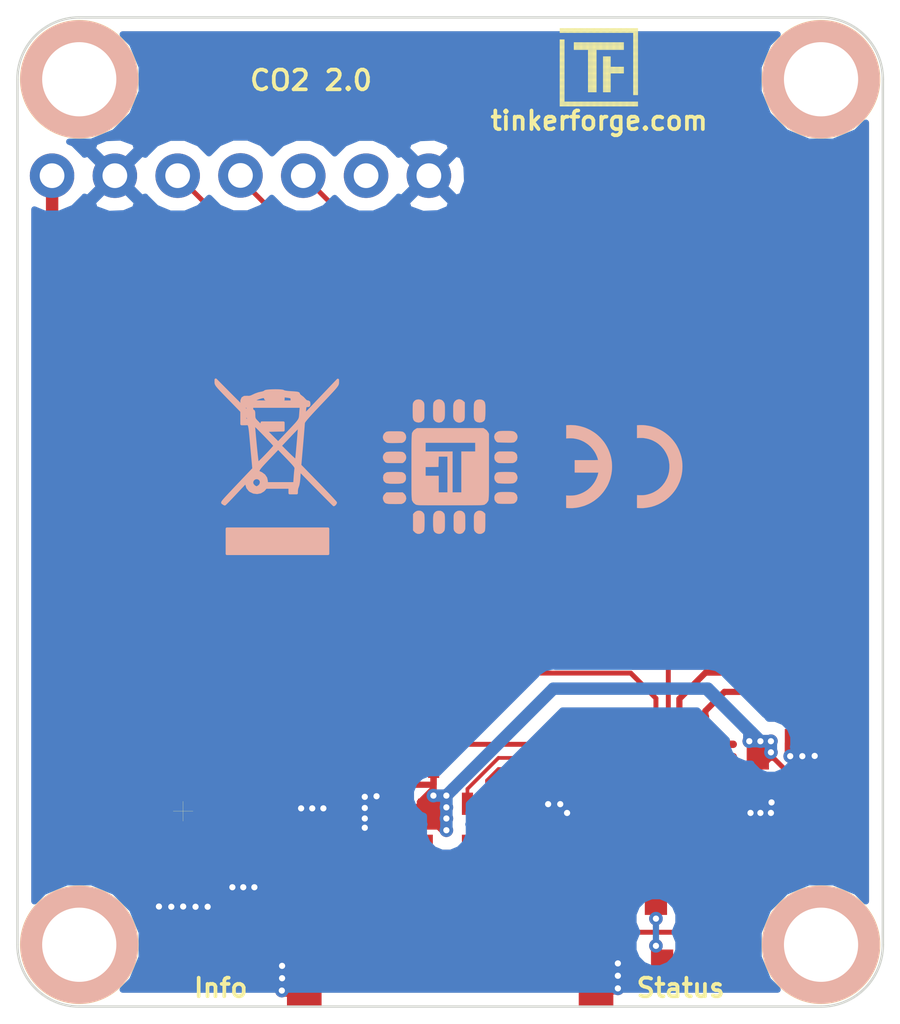
<source format=kicad_pcb>
(kicad_pcb (version 20171130) (host pcbnew 5.0.2-bee76a0~70~ubuntu18.04.1)
  (title_block (title "CO2 Bricklet 2.0") (rev 1.0) (company "Tinkerforge GmbH") (comment 1 "Licensed under CERN OHL v.1.1") (comment 2 "Copyright (©) 2015, T.Schneidermann <tim@tinkerforge.com>"))
  (layers (0 F.Cu signal) (31 B.Cu signal) (34 B.Paste user) (35 F.Paste user) (36 B.SilkS user) (37 F.SilkS user) (38 B.Mask user) (39 F.Mask user) (44 Edge.Cuts user))
  (net 0 "")
  (net 1 "Net-(C1-Pad1)")
  (net 2 GND)
  (net 3 +3.3VP)
  (net 4 +5V)
  (net 5 "Net-(C6-Pad1)")
  (net 6 "Net-(D1-Pad2)")
  (net 7 "Net-(D2-Pad2)")
  (net 8 "Net-(P1-Pad4)")
  (net 9 "Net-(P1-Pad5)")
  (net 10 "Net-(P1-Pad6)")
  (net 11 "Net-(P2-Pad1)")
  (net 12 "Net-(P3-Pad2)")
  (net 13 S-CS)
  (net 14 S-CLK)
  (net 15 S-MOSI)
  (net 16 S-MISO)
  (net 17 SDA)
  (net 18 "Net-(RP3-Pad2)")
  (net 19 "Net-(RP3-Pad3)")
  (net 20 SCL)
  (net 21 "Net-(RP3-Pad6)")
  (net 22 "Net-(RP3-Pad7)")
  (net 23 RDY)
  (net 24 "Net-(U1-Pad3)")
  (net 25 "Net-(U1-Pad4)")
  (net 26 "Net-(U1-Pad5)")
  (net 27 "Net-(U1-Pad6)")
  (net 28 "Net-(U1-Pad8)")
  (net 29 "Net-(U1-Pad11)")
  (net 30 "Net-(U1-Pad12)")
  (net 31 "Net-(U1-Pad18)")
  (net 32 "Net-(U1-Pad20)")
  (net 33 "Net-(U1-Pad21)")
  (net 34 "Net-(U6-Pad6)")
  (net 35 "Net-(R1-Pad1)")
  (net 36 "Net-(R2-Pad1)")
  (net 37 "Net-(U1-Pad14)")
  (module kicad-libraries:R0603F (layer F.Cu) (at 129.215 110.87 180)
    (fp_text reference R2)
    (fp_text value 1k)
    (pad 2 smd rect (at 0.75 0 180) (size 0.9 0.9) (layers F.Cu F.Paste F.Mask) (net 7 "Net-(D2-Pad2)"))
    (pad 1 smd rect (at -0.75 0 180) (size 0.9 0.9) (layers F.Cu F.Paste F.Mask) (net 36 "Net-(R2-Pad1)"))
  )
  (module kicad-libraries:R0603F (layer F.Cu) (at 146.825 109.1 270)
    (fp_text reference R1)
    (fp_text value 1k)
    (pad 2 smd rect (at 0.75 0 270) (size 0.9 0.9) (layers F.Cu F.Paste F.Mask) (net 6 "Net-(D1-Pad2)"))
    (pad 1 smd rect (at -0.75 0 270) (size 0.9 0.9) (layers F.Cu F.Paste F.Mask) (net 35 "Net-(R1-Pad1)"))
  )
  (module kicad-libraries:C0805 (layer F.Cu) (at 136.7 106.225 180)
    (fp_text reference C2)
    (fp_text value 10uF)
    (pad 2 smd rect (at 1.00076 0 180) (size 1.00076 1.24968) (layers F.Cu F.Paste F.Mask) (net 2 GND) (clearance 0.14986))
    (pad 1 smd rect (at -1.00076 0 180) (size 1.00076 1.24968) (layers F.Cu F.Paste F.Mask) (net 3 +3.3VP) (clearance 0.14986))
  )
  (module kicad-libraries:C0603F (layer F.Cu) (at 136.602192 107.505794 180)
    (fp_text reference C3)
    (fp_text value 1uF)
    (pad 2 smd rect (at 0.75 0 180) (size 0.9 0.9) (layers F.Cu F.Paste F.Mask) (net 2 GND))
    (pad 1 smd rect (at -0.75 0 180) (size 0.9 0.9) (layers F.Cu F.Paste F.Mask) (net 3 +3.3VP))
  )
  (module D0603F (layer F.Cu) (at 147.825 112.15 180)
    (fp_text reference D1)
    (fp_text value BLUE)
    (pad 1 smd rect (at -0.75 0 180) (size 0.9 0.9) (layers F.Cu F.Paste F.Mask) (net 3 +3.3VP))
    (pad 2 smd rect (at 0.75 0 180) (size 0.9 0.9) (layers F.Cu F.Paste F.Mask) (net 6 "Net-(D1-Pad2)"))
  )
  (module DRILL_NP (layer F.Cu) (at 123.502192 111.505794 90)
    (fp_text reference U2 hide)
    (fp_text value DRILL hide)
    (pad "" np_thru_hole circle (at 0 0 90) (size 2.99974 2.99974) (drill 2.99974) (layers *.Cu *.Mask F.SilkS) (clearance 0.89916))
  )
  (module C0402E (layer F.Cu) (at 142.702192 106.905794 90)
    (fp_text reference C1)
    (fp_text value 220pF)
    (pad 1 smd rect (at -0.65 0 90) (size 0.7 0.9) (layers F.Cu F.Paste F.Mask) (net 1 "Net-(C1-Pad1)"))
    (pad 2 smd rect (at 0.65 0 90) (size 0.7 0.9) (layers F.Cu F.Paste F.Mask) (net 2 GND))
  )
  (module C0603F (layer F.Cu) (at 150.945 104.72 270)
    (fp_text reference C4)
    (fp_text value 100nF)
    (pad 1 smd rect (at -0.75 0 270) (size 0.9 0.9) (layers F.Cu F.Paste F.Mask) (net 3 +3.3VP))
    (pad 2 smd rect (at 0.75 0 270) (size 0.9 0.9) (layers F.Cu F.Paste F.Mask) (net 2 GND))
  )
  (module C0603E (layer F.Cu) (at 132.902192 107.555694 90)
    (fp_text reference C5)
    (fp_text value 1µF)
    (pad 1 smd rect (at -0.8501 0 90) (size 1.1 1) (layers F.Cu F.Paste F.Mask) (net 4 +5V))
    (pad 2 smd rect (at 0.8501 0 90) (size 1.1 1) (layers F.Cu F.Paste F.Mask) (net 2 GND))
  )
  (module C0603E (layer F.Cu) (at 130.102192 107.555694 270)
    (fp_text reference C6)
    (fp_text value 1µF)
    (pad 2 smd rect (at 0.8501 0 270) (size 1.1 1) (layers F.Cu F.Paste F.Mask) (net 2 GND))
    (pad 1 smd rect (at -0.8501 0 270) (size 1.1 1) (layers F.Cu F.Paste F.Mask) (net 5 "Net-(C6-Pad1)"))
  )
  (module 3528-21 (layer F.Cu) (at 127.702192 107.506274 270)
    (fp_text reference C7)
    (fp_text value 100µF)
    (pad 1 smd rect (at -1.40048 0 270) (size 1.59954 2.79908) (layers F.Cu F.Paste F.Mask) (net 5 "Net-(C6-Pad1)") (clearance 0.14986))
    (pad 2 smd rect (at 1.40048 0 270) (size 1.59954 2.79908) (layers F.Cu F.Paste F.Mask) (net 2 GND) (clearance 0.14986))
  )
  (module D0603F (layer F.Cu) (at 129.225 112.15 180)
    (fp_text reference D2)
    (fp_text value GREEN)
    (pad 2 smd rect (at 0.75 0 180) (size 0.9 0.9) (layers F.Cu F.Paste F.Mask) (net 7 "Net-(D2-Pad2)"))
    (pad 1 smd rect (at -0.75 0 180) (size 0.9 0.9) (layers F.Cu F.Paste F.Mask) (net 3 +3.3VP))
  )
  (module R0603E (layer F.Cu) (at 131.502192 107.555694 90)
    (fp_text reference L1)
    (fp_text value FB-2)
    (pad 1 smd rect (at -0.8501 0 90) (size 1.1 1) (layers F.Cu F.Paste F.Mask) (net 4 +5V))
    (pad 2 smd rect (at 0.8501 0 90) (size 1.1 1) (layers F.Cu F.Paste F.Mask) (net 5 "Net-(C6-Pad1)"))
  )
  (module CON-SENSOR2 (layer F.Cu) (at 138.502192 114.005794)
    (fp_text reference P1)
    (fp_text value CON-SENSOR2)
    (pad 1 smd rect (at -3.75 -4.6) (size 0.6 1.8) (layers F.Cu F.Paste F.Mask) (net 4 +5V))
    (pad 2 smd rect (at -2.5 -4.6) (size 0.6 1.8) (layers F.Cu F.Paste F.Mask) (net 2 GND))
    (pad EP smd rect (at -5.9 -1.2) (size 1.4 2.4) (layers F.Cu F.Paste F.Mask) (net 2 GND))
    (pad EP smd rect (at 5.9 -1.2) (size 1.4 2.4) (layers F.Cu F.Paste F.Mask) (net 2 GND))
    (pad 3 smd rect (at -1.25 -4.6) (size 0.6 1.8) (layers F.Cu F.Paste F.Mask) (net 3 +3.3VP))
    (pad 4 smd rect (at 0 -4.6) (size 0.6 1.8) (layers F.Cu F.Paste F.Mask) (net 8 "Net-(P1-Pad4)"))
    (pad 5 smd rect (at 1.25 -4.6) (size 0.6 1.8) (layers F.Cu F.Paste F.Mask) (net 9 "Net-(P1-Pad5)"))
    (pad 6 smd rect (at 2.5 -4.6) (size 0.6 1.8) (layers F.Cu F.Paste F.Mask) (net 10 "Net-(P1-Pad6)"))
    (pad 7 smd rect (at 3.75 -4.6) (size 0.6 1.8) (layers F.Cu F.Paste F.Mask) (net 1 "Net-(C1-Pad1)"))
  )
  (module DEBUG_PAD (layer F.Cu) (at 154.565 102.98 90)
    (fp_text reference P2)
    (fp_text value DEBUG)
    (pad 1 smd circle (at 0 0 90) (size 0.7 0.7) (layers F.Cu F.Paste F.Mask) (net 11 "Net-(P2-Pad1)"))
  )
  (module SolderJumper (layer F.Cu) (at 152.735 103.03 90)
    (fp_text reference P3)
    (fp_text value BOOT)
    (pad 2 smd rect (at 0.55 0 90) (size 0.3 1.4) (layers F.Cu F.Mask) (net 12 "Net-(P3-Pad2)"))
    (pad 2 smd rect (at 0.15 0 90) (size 0.6 0.5) (layers F.Cu F.Mask) (net 12 "Net-(P3-Pad2)"))
    (pad 1 smd rect (at -0.5 0 90) (size 0.4 1.4) (layers F.Cu F.Mask) (net 2 GND))
    (pad 1 smd rect (at -0.225 0.55 90) (size 0.95 0.3) (layers F.Cu F.Mask) (net 2 GND))
    (pad 1 smd rect (at -0.225 -0.55 90) (size 0.95 0.3) (layers F.Cu F.Mask) (net 2 GND))
  )
  (module 4X0603 (layer F.Cu) (at 140.400972 106.654894 180)
    (fp_text reference RP1)
    (fp_text value 82)
    (pad 1 smd rect (at -1.19888 -0.8509 180) (size 0.44958 0.89916) (layers F.Cu F.Paste F.Mask) (net 1 "Net-(C1-Pad1)"))
    (pad 2 smd rect (at -0.39878 -0.8509 180) (size 0.44958 0.89916) (layers F.Cu F.Paste F.Mask) (net 10 "Net-(P1-Pad6)"))
    (pad 3 smd rect (at 0.39878 -0.8509 180) (size 0.44958 0.89916) (layers F.Cu F.Paste F.Mask) (net 9 "Net-(P1-Pad5)"))
    (pad 4 smd rect (at 1.19888 -0.8509 180) (size 0.44958 0.89916) (layers F.Cu F.Paste F.Mask) (net 8 "Net-(P1-Pad4)"))
    (pad 5 smd rect (at 1.19888 0.8509 180) (size 0.44958 0.89916) (layers F.Cu F.Paste F.Mask) (net 13 S-CS))
    (pad 6 smd rect (at 0.39878 0.8509 180) (size 0.44958 0.89916) (layers F.Cu F.Paste F.Mask) (net 14 S-CLK))
    (pad 7 smd rect (at -0.39878 0.8509 180) (size 0.44958 0.89916) (layers F.Cu F.Paste F.Mask) (net 15 S-MOSI))
    (pad 8 smd rect (at -1.19888 0.8509 180) (size 0.44958 0.89916) (layers F.Cu F.Paste F.Mask) (net 16 S-MISO))
  )
  (module 4X0603 (layer F.Cu) (at 136.635 103.46)
    (fp_text reference RP3)
    (fp_text value 1k)
    (pad 1 smd rect (at -1.19888 -0.8509) (size 0.44958 0.89916) (layers F.Cu F.Paste F.Mask) (net 20 SCL))
    (pad 2 smd rect (at -0.39878 -0.8509) (size 0.44958 0.89916) (layers F.Cu F.Paste F.Mask) (net 18 "Net-(RP3-Pad2)"))
    (pad 3 smd rect (at 0.39878 -0.8509) (size 0.44958 0.89916) (layers F.Cu F.Paste F.Mask) (net 19 "Net-(RP3-Pad3)"))
    (pad 4 smd rect (at 1.19888 -0.8509) (size 0.44958 0.89916) (layers F.Cu F.Paste F.Mask) (net 17 SDA))
    (pad 5 smd rect (at 1.19888 0.8509) (size 0.44958 0.89916) (layers F.Cu F.Paste F.Mask) (net 3 +3.3VP))
    (pad 6 smd rect (at 0.39878 0.8509) (size 0.44958 0.89916) (layers F.Cu F.Paste F.Mask) (net 21 "Net-(RP3-Pad6)"))
    (pad 7 smd rect (at -0.39878 0.8509) (size 0.44958 0.89916) (layers F.Cu F.Paste F.Mask) (net 22 "Net-(RP3-Pad7)"))
    (pad 8 smd rect (at -1.19888 0.8509) (size 0.44958 0.89916) (layers F.Cu F.Paste F.Mask) (net 3 +3.3VP))
  )
  (module QFN24-4x4mm-0.5mm (layer F.Cu) (at 147.575 104.65 90)
    (fp_text reference U1)
    (fp_text value XMC1302)
    (pad 1 smd oval (at -2.025 -1.25 90) (size 1 0.3) (layers F.Cu F.Paste F.Mask) (net 16 S-MISO))
    (pad 2 smd oval (at -2.025 -0.75 90) (size 1 0.3) (layers F.Cu F.Paste F.Mask) (net 35 "Net-(R1-Pad1)"))
    (pad 3 smd oval (at -2.025 -0.25 90) (size 1 0.3) (layers F.Cu F.Paste F.Mask) (net 24 "Net-(U1-Pad3)"))
    (pad 4 smd oval (at -2.025 0.25 90) (size 1 0.3) (layers F.Cu F.Paste F.Mask) (net 25 "Net-(U1-Pad4)"))
    (pad 5 smd oval (at -2.025 0.75 90) (size 1 0.3) (layers F.Cu F.Paste F.Mask) (net 26 "Net-(U1-Pad5)"))
    (pad 6 smd oval (at -2.025 1.25 90) (size 1 0.3) (layers F.Cu F.Paste F.Mask) (net 27 "Net-(U1-Pad6)"))
    (pad 7 smd oval (at -1.25 2.025 180) (size 1 0.3) (layers F.Cu F.Paste F.Mask) (net 36 "Net-(R2-Pad1)"))
    (pad 8 smd oval (at -0.75 2.025 180) (size 1 0.3) (layers F.Cu F.Paste F.Mask) (net 28 "Net-(U1-Pad8)"))
    (pad 9 smd oval (at -0.25 2.025 180) (size 1 0.3) (layers F.Cu F.Paste F.Mask) (net 2 GND))
    (pad 10 smd oval (at 0.25 2.025 180) (size 1 0.3) (layers F.Cu F.Paste F.Mask) (net 3 +3.3VP))
    (pad 11 smd oval (at 0.75 2.025 180) (size 1 0.3) (layers F.Cu F.Paste F.Mask) (net 29 "Net-(U1-Pad11)"))
    (pad 12 smd oval (at 1.25 2.025 180) (size 1 0.3) (layers F.Cu F.Paste F.Mask) (net 30 "Net-(U1-Pad12)"))
    (pad 13 smd oval (at 2.025 1.25 90) (size 1 0.3) (layers F.Cu F.Paste F.Mask) (net 12 "Net-(P3-Pad2)"))
    (pad 14 smd oval (at 2.025 0.75 90) (size 1 0.3) (layers F.Cu F.Paste F.Mask) (net 37 "Net-(U1-Pad14)"))
    (pad 15 smd oval (at 2.025 0.25 90) (size 1 0.3) (layers F.Cu F.Paste F.Mask) (net 11 "Net-(P2-Pad1)"))
    (pad 16 smd oval (at 2.025 -0.25 90) (size 1 0.3) (layers F.Cu F.Paste F.Mask) (net 23 RDY))
    (pad 17 smd oval (at 2.025 -0.75 90) (size 1 0.3) (layers F.Cu F.Paste F.Mask) (net 17 SDA))
    (pad 18 smd oval (at 2.025 -1.25 90) (size 1 0.3) (layers F.Cu F.Paste F.Mask) (net 31 "Net-(U1-Pad18)"))
    (pad 19 smd oval (at 1.25 -2.025 180) (size 1 0.3) (layers F.Cu F.Paste F.Mask) (net 20 SCL))
    (pad 20 smd oval (at 0.75 -2.025 180) (size 1 0.3) (layers F.Cu F.Paste F.Mask) (net 32 "Net-(U1-Pad20)"))
    (pad 21 smd oval (at 0.25 -2.025 180) (size 1 0.3) (layers F.Cu F.Paste F.Mask) (net 33 "Net-(U1-Pad21)"))
    (pad 22 smd oval (at -0.25 -2.025 180) (size 1 0.3) (layers F.Cu F.Paste F.Mask) (net 13 S-CS))
    (pad 23 smd oval (at -0.75 -2.025 180) (size 1 0.3) (layers F.Cu F.Paste F.Mask) (net 14 S-CLK))
    (pad 24 smd oval (at -1.25 -2.025 180) (size 1 0.3) (layers F.Cu F.Paste F.Mask) (net 15 S-MOSI))
    (pad EXP smd rect (at 0.65 0.65 90) (size 1.3 1.3) (layers F.Cu F.Paste F.Mask) (net 2 GND))
    (pad EXP smd rect (at 0.65 -0.65 90) (size 1.3 1.3) (layers F.Cu F.Paste F.Mask) (net 2 GND))
    (pad EXP smd rect (at -0.65 0.65 90) (size 1.3 1.3) (layers F.Cu F.Paste F.Mask) (net 2 GND))
    (pad EXP smd rect (at -0.65 -0.65 90) (size 1.3 1.3) (layers F.Cu F.Paste F.Mask) (net 2 GND))
  )
  (module DRILL_NP (layer F.Cu) (at 123.502192 76.505794 90)
    (fp_text reference U3 hide)
    (fp_text value DRILL hide)
    (pad "" np_thru_hole circle (at 0 0 90) (size 2.99974 2.99974) (drill 2.99974) (layers *.Cu *.Mask F.SilkS) (clearance 0.89916))
  )
  (module DRILL_NP (layer F.Cu) (at 153.502192 76.505794 90)
    (fp_text reference U4 hide)
    (fp_text value DRILL hide)
    (pad "" np_thru_hole circle (at 0 0 90) (size 2.99974 2.99974) (drill 2.99974) (layers *.Cu *.Mask F.SilkS) (clearance 0.89916))
  )
  (module DRILL_NP (layer F.Cu) (at 153.502192 111.505794 90)
    (fp_text reference U5 hide)
    (fp_text value DRILL hide)
    (pad "" np_thru_hole circle (at 0 0 90) (size 2.99974 2.99974) (drill 2.99974) (layers *.Cu *.Mask F.SilkS) (clearance 0.89916))
  )
  (module kicad-libraries:SCD30 (layer F.Cu) (at 121.002192 79.005794 180)
    (fp_text reference U6)
    (fp_text value SCD30)
    (pad 7 thru_hole circle (at -16.64 -1.4 180) (size 1.8 1.8) (drill 1) (layers *.Cu *.Mask) (net 2 GND))
    (pad 6 thru_hole circle (at -14.1 -1.4 180) (size 1.8 1.8) (drill 1) (layers *.Cu *.Mask) (net 34 "Net-(U6-Pad6)"))
    (pad 5 thru_hole circle (at -11.56 -1.4 180) (size 1.8 1.8) (drill 1) (layers *.Cu *.Mask) (net 23 RDY))
    (pad 4 thru_hole circle (at -9.02 -1.39 180) (size 1.8 1.8) (drill 1) (layers *.Cu *.Mask) (net 17 SDA))
    (pad 3 thru_hole circle (at -6.48 -1.4 180) (size 1.8 1.8) (drill 1) (layers *.Cu *.Mask) (net 20 SCL))
    (pad 2 thru_hole circle (at -3.94 -1.4 180) (size 1.8 1.8) (drill 1) (layers *.Cu *.Mask) (net 2 GND))
    (pad 1 thru_hole circle (at -1.4 -1.4 180) (size 1.8 1.8) (drill 1) (layers *.Cu *.Mask) (net 5 "Net-(C6-Pad1)"))
  )
  (module kicad-libraries:Logo_31x31 (layer F.Cu) (at 142.935 74.44)
    (fp_text reference G*** hide)
    (fp_text value Logo_31x31 hide)
  )
  (module kicad-libraries:Logo_CoMCU (layer B.Cu) (at 138.505 92.17 180)
    (fp_text reference G*** hide)
    (fp_text value LOGO hide)
  )
  (module kicad-libraries:CE_5mm (layer B.Cu) (at 145.505 92.17 180)
    (fp_text reference VAL hide)
    (fp_text value CE_5mm hide)
  )
  (module kicad-libraries:WEEE_7mm (layer B.Cu) (at 131.505 92.17 180)
    (fp_text reference VAL hide)
    (fp_text value WEEE_7mm hide)
  )
  (module kicad-libraries:Fiducial_Mark (layer F.Cu) (at 154 106)
    (fp_text reference Fiducial_Mark hide)
    (fp_text value VAL** hide)
    (pad 1 smd circle (at 0 0) (size 1.00076 1.00076) (layers F.Cu F.Paste F.Mask) (clearance 0.65024))
  )
  (module kicad-libraries:Fiducial_Mark (layer F.Cu) (at 124 106)
    (fp_text reference Fiducial_Mark hide)
    (fp_text value VAL** hide)
    (pad 1 smd circle (at 0 0) (size 1.00076 1.00076) (layers F.Cu F.Paste F.Mask) (clearance 0.65024))
  )
  (module kicad-libraries:Fiducial_Mark (layer F.Cu) (at 128 76)
    (fp_text reference Fiducial_Mark hide)
    (fp_text value VAL** hide)
    (pad 1 smd circle (at 0 0) (size 1.00076 1.00076) (layers F.Cu F.Paste F.Mask) (clearance 0.65024))
  )
  (gr_text Info (at 129.225 113.25) (layer F.SilkS) (effects (font (size 0.75 0.75))))
  (gr_text tinkerforge.com (at 144.525 78.18) (layer F.SilkS) (effects (font (size 0.75 0.75))))
  (gr_text Status (at 147.825 113.25) (layer F.SilkS) (effects (font (size 0.75 0.75))))
  (gr_text "CO2 2.0" (at 132.875 76.55) (layer F.SilkS) (effects (font (size 0.8 0.8))))
  (gr_line (start 156.002192 111.505794) (end 156.002192 76.505794) (layer Edge.Cuts) (width 0.1))
  (gr_line (start 123.502192 114.005794) (end 153.502192 114.005794) (layer Edge.Cuts) (width 0.1))
  (gr_line (start 121.002192 76.505794) (end 121.002192 111.505794) (layer Edge.Cuts) (width 0.1))
  (gr_line (start 153.502192 74.005794) (end 123.502192 74.005794) (layer Edge.Cuts) (width 0.1))
  (gr_arc (start 153.502192 76.505794) (end 156.002192 76.505794) (angle -90) (layer Edge.Cuts) (width 0.1))
  (gr_arc (start 153.502192 111.505794) (end 153.502192 114.005794) (angle -90) (layer Edge.Cuts) (width 0.1))
  (gr_arc (start 123.502192 111.505794) (end 121.002192 111.505794) (angle -90) (layer Edge.Cuts) (width 0.1))
  (gr_arc (start 123.502192 76.505794) (end 123.502192 74.005794) (angle -90) (layer Edge.Cuts) (width 0.1))
  (segment (start 142.252192 108.617192) (end 142.252192 109.405794) (width 0.15) (layer F.Cu) (net 1))
  (segment (start 141.625 107.59) (end 141.625 107.99) (width 0.15) (layer F.Cu) (net 1))
  (segment (start 141.625 107.99) (end 142.252192 108.617192) (width 0.15) (layer F.Cu) (net 1))
  (segment (start 142.652192 107.505794) (end 142.702192 107.555794) (width 0.15) (layer F.Cu) (net 1))
  (segment (start 141.599852 107.505794) (end 142.652192 107.505794) (width 0.15) (layer F.Cu) (net 1))
  (segment (start 136.002192 107.555794) (end 135.952192 107.505794) (width 0.5) (layer F.Cu) (net 2))
  (segment (start 136.002192 109.405794) (end 136.002192 107.555794) (width 0.5) (layer F.Cu) (net 2))
  (segment (start 135.952192 107.505794) (end 135.952192 106.205794) (width 0.5) (layer F.Cu) (net 2))
  (segment (start 148.225 105.3) (end 146.925 105.3) (width 0.2) (layer F.Cu) (net 2))
  (segment (start 146.925 105.3) (end 146.925 104) (width 0.2) (layer F.Cu) (net 2))
  (segment (start 146.925 104) (end 148.225 104) (width 0.2) (layer F.Cu) (net 2))
  (segment (start 150.945 105.47) (end 150.945 105.84) (width 0.3) (layer F.Cu) (net 2))
  (via (at 142.465 105.82) (size 0.55) (drill 0.25) (layers F.Cu B.Cu) (net 2))
  (segment (start 142.702192 106.255794) (end 142.702192 106.057192) (width 0.3) (layer F.Cu) (net 2))
  (segment (start 142.702192 106.057192) (end 142.465 105.82) (width 0.3) (layer F.Cu) (net 2))
  (via (at 142.955 105.82) (size 0.55) (drill 0.25) (layers F.Cu B.Cu) (net 2))
  (segment (start 142.702192 106.255794) (end 142.702192 106.072808) (width 0.3) (layer F.Cu) (net 2))
  (segment (start 142.702192 106.072808) (end 142.955 105.82) (width 0.3) (layer F.Cu) (net 2))
  (via (at 131.705 112.86) (size 0.55) (drill 0.25) (layers F.Cu B.Cu) (net 2))
  (segment (start 132.602192 112.805794) (end 131.759206 112.805794) (width 0.3) (layer F.Cu) (net 2))
  (segment (start 131.759206 112.805794) (end 131.705 112.86) (width 0.3) (layer F.Cu) (net 2))
  (via (at 131.695 113.359996) (size 0.55) (drill 0.25) (layers F.Cu B.Cu) (net 2))
  (via (at 131.705 112.36) (size 0.55) (drill 0.25) (layers F.Cu B.Cu) (net 2))
  (via (at 145.285 112.76) (size 0.55) (drill 0.25) (layers F.Cu B.Cu) (net 2))
  (segment (start 144.402192 112.805794) (end 145.239206 112.805794) (width 0.3) (layer F.Cu) (net 2))
  (segment (start 145.239206 112.805794) (end 145.285 112.76) (width 0.3) (layer F.Cu) (net 2))
  (via (at 145.285 113.27) (size 0.55) (drill 0.25) (layers F.Cu B.Cu) (net 2))
  (via (at 145.285 112.26) (size 0.55) (drill 0.25) (layers F.Cu B.Cu) (net 2))
  (via (at 126.724999 109.959999) (size 0.55) (drill 0.25) (layers F.Cu B.Cu) (net 2))
  (via (at 127.705 109.959998) (size 0.55) (drill 0.25) (layers F.Cu B.Cu) (net 2))
  (segment (start 127.702192 108.906754) (end 127.705 108.909562) (width 0.3) (layer F.Cu) (net 2))
  (segment (start 127.705 109.57109) (end 127.705 109.959998) (width 0.3) (layer F.Cu) (net 2))
  (segment (start 127.705 108.909562) (end 127.705 109.57109) (width 0.3) (layer F.Cu) (net 2))
  (segment (start 128.205 109.409562) (end 128.205 109.581092) (width 0.3) (layer F.Cu) (net 2))
  (via (at 128.205 109.97) (size 0.55) (drill 0.25) (layers F.Cu B.Cu) (net 2))
  (segment (start 127.702192 108.906754) (end 128.205 109.409562) (width 0.3) (layer F.Cu) (net 2))
  (segment (start 128.205 109.581092) (end 128.205 109.97) (width 0.3) (layer F.Cu) (net 2))
  (via (at 128.695 109.97) (size 0.55) (drill 0.25) (layers F.Cu B.Cu) (net 2))
  (segment (start 130.135 108.438602) (end 130.135 108.791092) (width 0.3) (layer F.Cu) (net 2))
  (segment (start 130.135 108.791092) (end 130.135 109.18) (width 0.3) (layer F.Cu) (net 2))
  (via (at 130.135 109.18) (size 0.55) (drill 0.25) (layers F.Cu B.Cu) (net 2))
  (segment (start 130.102192 108.405794) (end 130.135 108.438602) (width 0.3) (layer F.Cu) (net 2))
  (segment (start 130.102192 108.405794) (end 130.102192 108.772808) (width 0.3) (layer F.Cu) (net 2))
  (segment (start 130.102192 108.772808) (end 129.969999 108.905001) (width 0.3) (layer F.Cu) (net 2))
  (segment (start 129.969999 108.905001) (end 129.695 109.18) (width 0.3) (layer F.Cu) (net 2))
  (via (at 129.695 109.18) (size 0.55) (drill 0.25) (layers F.Cu B.Cu) (net 2))
  (via (at 130.585 109.18) (size 0.55) (drill 0.25) (layers F.Cu B.Cu) (net 2))
  (segment (start 130.102192 108.405794) (end 130.102192 108.697192) (width 0.3) (layer F.Cu) (net 2))
  (segment (start 130.310001 108.905001) (end 130.585 109.18) (width 0.3) (layer F.Cu) (net 2))
  (segment (start 130.102192 108.697192) (end 130.310001 108.905001) (width 0.3) (layer F.Cu) (net 2))
  (segment (start 132.925 106.378906) (end 132.925 105.989998) (width 0.3) (layer F.Cu) (net 2))
  (via (at 132.925 105.989998) (size 0.55) (drill 0.25) (layers F.Cu B.Cu) (net 2))
  (segment (start 132.902192 106.705594) (end 132.925 106.682786) (width 0.3) (layer F.Cu) (net 2))
  (segment (start 132.925 106.682786) (end 132.925 106.378906) (width 0.3) (layer F.Cu) (net 2))
  (segment (start 132.902192 106.417192) (end 132.749999 106.264999) (width 0.3) (layer F.Cu) (net 2))
  (segment (start 132.749999 106.264999) (end 132.475 105.99) (width 0.3) (layer F.Cu) (net 2))
  (via (at 132.475 105.99) (size 0.55) (drill 0.25) (layers F.Cu B.Cu) (net 2))
  (segment (start 132.902192 106.705594) (end 132.902192 106.417192) (width 0.3) (layer F.Cu) (net 2))
  (via (at 133.375002 105.99) (size 0.55) (drill 0.25) (layers F.Cu B.Cu) (net 2))
  (segment (start 132.902192 106.705594) (end 132.902192 106.46281) (width 0.3) (layer F.Cu) (net 2))
  (segment (start 133.100003 106.264999) (end 133.375002 105.99) (width 0.3) (layer F.Cu) (net 2))
  (segment (start 132.902192 106.46281) (end 133.100003 106.264999) (width 0.3) (layer F.Cu) (net 2))
  (segment (start 152.339998 103.53) (end 152.735 103.53) (width 0.25) (layer F.Cu) (net 2))
  (segment (start 152.185 103.375002) (end 152.339998 103.53) (width 0.25) (layer F.Cu) (net 2))
  (segment (start 152.185 103.255) (end 152.185 103.375002) (width 0.25) (layer F.Cu) (net 2))
  (segment (start 153.285 103.375002) (end 153.285 103.255) (width 0.25) (layer F.Cu) (net 2))
  (segment (start 153.130002 103.53) (end 153.285 103.375002) (width 0.25) (layer F.Cu) (net 2))
  (segment (start 152.735 103.53) (end 153.130002 103.53) (width 0.25) (layer F.Cu) (net 2))
  (via (at 153.245 103.87) (size 0.55) (drill 0.25) (layers F.Cu B.Cu) (net 2))
  (segment (start 152.735 103.53) (end 152.905 103.53) (width 0.25) (layer F.Cu) (net 2))
  (segment (start 152.905 103.53) (end 153.245 103.87) (width 0.25) (layer F.Cu) (net 2))
  (segment (start 152.735 103.53) (end 152.735 103.87) (width 0.25) (layer F.Cu) (net 2))
  (via (at 152.745 103.88) (size 0.55) (drill 0.25) (layers F.Cu B.Cu) (net 2))
  (segment (start 152.735 103.87) (end 152.745 103.88) (width 0.25) (layer F.Cu) (net 2))
  (via (at 152.255 103.880002) (size 0.55) (drill 0.25) (layers F.Cu B.Cu) (net 2))
  (segment (start 152.605002 103.53) (end 152.529999 103.605003) (width 0.25) (layer F.Cu) (net 2))
  (segment (start 152.735 103.53) (end 152.605002 103.53) (width 0.25) (layer F.Cu) (net 2))
  (segment (start 152.529999 103.605003) (end 152.255 103.880002) (width 0.25) (layer F.Cu) (net 2))
  (segment (start 142.702192 106.255794) (end 142.781725 106.176261) (width 0.3) (layer F.Cu) (net 2))
  (segment (start 142.781725 106.176261) (end 142.842353 106.176261) (width 0.3) (layer F.Cu) (net 2))
  (via (at 143.231261 106.176261) (size 0.55) (drill 0.25) (layers F.Cu B.Cu) (net 2))
  (segment (start 142.842353 106.176261) (end 143.231261 106.176261) (width 0.3) (layer F.Cu) (net 2))
  (via (at 135.525 105.5) (size 0.55) (drill 0.25) (layers F.Cu B.Cu) (net 2))
  (segment (start 135.952192 105.927192) (end 135.799999 105.774999) (width 0.3) (layer F.Cu) (net 2))
  (segment (start 135.799999 105.774999) (end 135.525 105.5) (width 0.3) (layer F.Cu) (net 2))
  (segment (start 135.952192 106.205794) (end 135.952192 105.927192) (width 0.3) (layer F.Cu) (net 2))
  (segment (start 135.952192 106.205794) (end 135.830794 106.205794) (width 0.3) (layer F.Cu) (net 2))
  (segment (start 135.730794 106.205794) (end 135.324999 105.799999) (width 0.3) (layer F.Cu) (net 2))
  (segment (start 135.324999 105.799999) (end 135.05 105.525) (width 0.3) (layer F.Cu) (net 2))
  (segment (start 135.830794 106.205794) (end 135.730794 106.205794) (width 0.3) (layer F.Cu) (net 2))
  (via (at 135.05 105.525) (size 0.55) (drill 0.25) (layers F.Cu B.Cu) (net 2))
  (via (at 135.049994 105.975) (size 0.55) (drill 0.25) (layers F.Cu B.Cu) (net 2))
  (segment (start 135.952192 106.205794) (end 135.721398 105.975) (width 0.3) (layer F.Cu) (net 2))
  (segment (start 135.438902 105.975) (end 135.049994 105.975) (width 0.3) (layer F.Cu) (net 2))
  (segment (start 135.721398 105.975) (end 135.438902 105.975) (width 0.3) (layer F.Cu) (net 2))
  (segment (start 135.757986 106.4) (end 135.438908 106.4) (width 0.3) (layer F.Cu) (net 2))
  (segment (start 135.952192 106.205794) (end 135.757986 106.4) (width 0.3) (layer F.Cu) (net 2))
  (via (at 135.05 106.4) (size 0.55) (drill 0.25) (layers F.Cu B.Cu) (net 2))
  (segment (start 135.438908 106.4) (end 135.05 106.4) (width 0.3) (layer F.Cu) (net 2))
  (via (at 135.05 106.775004) (size 0.55) (drill 0.25) (layers F.Cu B.Cu) (net 2))
  (segment (start 135.324999 106.500005) (end 135.05 106.775004) (width 0.3) (layer F.Cu) (net 2))
  (segment (start 135.61921 106.205794) (end 135.324999 106.500005) (width 0.3) (layer F.Cu) (net 2))
  (segment (start 135.830794 106.205794) (end 135.61921 106.205794) (width 0.3) (layer F.Cu) (net 2))
  (segment (start 135.075 105.5) (end 135.05 105.525) (width 0.5) (layer F.Cu) (net 2))
  (segment (start 135.525 105.5) (end 135.075 105.5) (width 0.5) (layer F.Cu) (net 2))
  (segment (start 135.05 105.525) (end 135.05 106.775004) (width 0.5) (layer F.Cu) (net 2))
  (segment (start 135.525 106.05076) (end 135.69924 106.225) (width 0.5) (layer F.Cu) (net 2))
  (segment (start 135.525 105.5) (end 135.525 106.05076) (width 0.5) (layer F.Cu) (net 2))
  (segment (start 150.945 105.47) (end 151.025 105.55) (width 0.5) (layer F.Cu) (net 2))
  (segment (start 150.945 105.84) (end 150.953908 105.84) (width 0.3) (layer F.Cu) (net 2))
  (segment (start 150.953908 105.84) (end 151.025 105.911092) (width 0.3) (layer F.Cu) (net 2))
  (segment (start 151.025 105.55) (end 151.025 105.911092) (width 0.5) (layer F.Cu) (net 2))
  (segment (start 151.22 105.47) (end 151.225001 105.475001) (width 0.5) (layer F.Cu) (net 2))
  (via (at 151.5 105.75) (size 0.55) (drill 0.25) (layers F.Cu B.Cu) (net 2))
  (segment (start 150.945 105.47) (end 151.22 105.47) (width 0.5) (layer F.Cu) (net 2))
  (segment (start 151.5 106.138908) (end 151.5 105.75) (width 0.5) (layer F.Cu) (net 2))
  (segment (start 151.5 106.15) (end 151.5 106.138908) (width 0.5) (layer F.Cu) (net 2))
  (segment (start 151.225001 105.475001) (end 151.5 105.75) (width 0.5) (layer F.Cu) (net 2))
  (segment (start 150.945 105.88) (end 150.924999 105.900001) (width 0.3) (layer F.Cu) (net 2))
  (segment (start 150.945 105.84) (end 150.945 105.88) (width 0.3) (layer F.Cu) (net 2))
  (segment (start 150.924999 105.900001) (end 150.65 106.175) (width 0.3) (layer F.Cu) (net 2))
  (segment (start 150.65 105.765) (end 150.945 105.47) (width 0.5) (layer F.Cu) (net 2))
  (segment (start 150.65 106.175) (end 150.65 105.765) (width 0.5) (layer F.Cu) (net 2))
  (segment (start 150.945 105.47) (end 151.05 105.575) (width 0.5) (layer F.Cu) (net 2))
  (segment (start 151.05 105.936092) (end 151.05 106.286092) (width 0.3) (layer F.Cu) (net 2))
  (segment (start 151.049994 106.175) (end 151.05 106.175006) (width 0.5) (layer F.Cu) (net 2))
  (segment (start 151.05 105.786098) (end 151.05 106.175006) (width 0.5) (layer F.Cu) (net 2))
  (segment (start 151.05 105.575) (end 151.05 105.786098) (width 0.5) (layer F.Cu) (net 2))
  (segment (start 151.025 105.911092) (end 151.05 105.936092) (width 0.3) (layer F.Cu) (net 2))
  (segment (start 150.65 106.175) (end 151.049994 106.175) (width 0.5) (layer F.Cu) (net 2))
  (segment (start 151.474994 106.175) (end 151.475 106.174994) (width 0.5) (layer F.Cu) (net 2))
  (segment (start 150.95 106.225) (end 151.186092 106.225) (width 0.3) (layer F.Cu) (net 2))
  (via (at 151.05 106.175006) (size 0.55) (drill 0.25) (layers F.Cu B.Cu) (net 2))
  (via (at 151.475 106.174994) (size 0.55) (drill 0.25) (layers F.Cu B.Cu) (net 2))
  (segment (start 150.65 106.175) (end 151.474994 106.175) (width 0.5) (layer F.Cu) (net 2))
  (segment (start 150.945 106.22) (end 150.95 106.225) (width 0.3) (layer F.Cu) (net 2))
  (via (at 150.65 106.175) (size 0.55) (drill 0.25) (layers F.Cu B.Cu) (net 2))
  (segment (start 153.234998 103.880002) (end 153.245 103.87) (width 0.5) (layer B.Cu) (net 2))
  (segment (start 152.255 103.880002) (end 153.234998 103.880002) (width 0.5) (layer B.Cu) (net 2))
  (segment (start 132.475 105.99) (end 133.375002 105.99) (width 0.5) (layer F.Cu) (net 2))
  (segment (start 129.695 109.18) (end 130.585 109.18) (width 0.5) (layer F.Cu) (net 2))
  (segment (start 126.724999 109.883947) (end 127.702192 108.906754) (width 0.5) (layer F.Cu) (net 2))
  (segment (start 126.724999 109.959999) (end 126.724999 109.883947) (width 0.5) (layer F.Cu) (net 2))
  (segment (start 128.695 109.899562) (end 127.702192 108.906754) (width 0.5) (layer F.Cu) (net 2))
  (segment (start 128.695 109.97) (end 128.695 109.899562) (width 0.5) (layer F.Cu) (net 2))
  (segment (start 131.705 113.349996) (end 131.695 113.359996) (width 0.5) (layer F.Cu) (net 2))
  (segment (start 131.705 112.36) (end 131.705 113.349996) (width 0.5) (layer F.Cu) (net 2))
  (segment (start 132.156398 112.36) (end 132.602192 112.805794) (width 0.5) (layer F.Cu) (net 2))
  (segment (start 131.705 112.36) (end 132.156398 112.36) (width 0.5) (layer F.Cu) (net 2))
  (segment (start 132.04799 113.359996) (end 132.602192 112.805794) (width 0.5) (layer F.Cu) (net 2))
  (segment (start 131.695 113.359996) (end 132.04799 113.359996) (width 0.5) (layer F.Cu) (net 2))
  (segment (start 145.285 112.26) (end 145.285 113.27) (width 0.5) (layer F.Cu) (net 2))
  (segment (start 144.947986 112.26) (end 144.402192 112.805794) (width 0.5) (layer F.Cu) (net 2))
  (segment (start 145.285 112.26) (end 144.947986 112.26) (width 0.5) (layer F.Cu) (net 2))
  (segment (start 144.866398 113.27) (end 144.402192 112.805794) (width 0.5) (layer F.Cu) (net 2))
  (segment (start 145.285 113.27) (end 144.866398 113.27) (width 0.5) (layer F.Cu) (net 2))
  (segment (start 150.375 104.9) (end 149.6 104.9) (width 0.3) (layer F.Cu) (net 2))
  (segment (start 150.945 105.47) (end 150.375 104.9) (width 0.3) (layer F.Cu) (net 2))
  (segment (start 148.625 104.9) (end 148.225 105.3) (width 0.3) (layer F.Cu) (net 2))
  (segment (start 149.6 104.9) (end 148.625 104.9) (width 0.3) (layer F.Cu) (net 2))
  (segment (start 127.225004 109.383942) (end 127.225004 109.581092) (width 0.3) (layer F.Cu) (net 2))
  (via (at 127.225004 109.97) (size 0.55) (drill 0.25) (layers F.Cu B.Cu) (net 2))
  (segment (start 127.225004 109.581092) (end 127.225004 109.97) (width 0.3) (layer F.Cu) (net 2))
  (segment (start 127.702192 108.906754) (end 127.225004 109.383942) (width 0.3) (layer F.Cu) (net 2))
  (segment (start 128.684999 109.959999) (end 128.695 109.97) (width 0.5) (layer F.Cu) (net 2))
  (segment (start 126.724999 109.959999) (end 128.684999 109.959999) (width 0.5) (layer F.Cu) (net 2))
  (segment (start 137.252192 109.405794) (end 137.252192 107.505794) (width 0.5) (layer F.Cu) (net 3))
  (segment (start 137.252192 106.205794) (end 137.252192 107.505794) (width 0.5) (layer F.Cu) (net 3))
  (segment (start 137.802292 105.182708) (end 137.802292 104.607594) (width 0.2) (layer F.Cu) (net 3))
  (segment (start 137.255 105.73) (end 137.802292 105.182708) (width 0.2) (layer F.Cu) (net 3))
  (segment (start 137.252192 106.205794) (end 137.255 106.202986) (width 0.2) (layer F.Cu) (net 3))
  (segment (start 137.255 106.202986) (end 137.255 105.73) (width 0.2) (layer F.Cu) (net 3))
  (via (at 150.6 103.275) (size 0.55) (drill 0.25) (layers F.Cu B.Cu) (net 3))
  (segment (start 150.945 103.62) (end 150.874999 103.549999) (width 0.5) (layer F.Cu) (net 3))
  (segment (start 150.874999 103.549999) (end 150.6 103.275) (width 0.5) (layer F.Cu) (net 3))
  (segment (start 150.945 103.97) (end 150.945 103.62) (width 0.5) (layer F.Cu) (net 3))
  (segment (start 150.974999 103.999999) (end 151.200001 103.999999) (width 0.5) (layer F.Cu) (net 3))
  (via (at 151.475 103.725) (size 0.55) (drill 0.25) (layers F.Cu B.Cu) (net 3))
  (segment (start 151.200001 103.999999) (end 151.475 103.725) (width 0.5) (layer F.Cu) (net 3))
  (segment (start 150.945 103.97) (end 150.974999 103.999999) (width 0.5) (layer F.Cu) (net 3))
  (segment (start 137.252192 106.205794) (end 137.252192 105.875188) (width 0.2) (layer F.Cu) (net 3))
  (via (at 137.825002 105.475) (size 0.55) (drill 0.25) (layers F.Cu B.Cu) (net 3))
  (segment (start 137.252192 106.205794) (end 137.252192 106.04781) (width 0.5) (layer F.Cu) (net 3))
  (segment (start 137.550003 105.749999) (end 137.825002 105.475) (width 0.5) (layer F.Cu) (net 3))
  (segment (start 137.252192 106.04781) (end 137.550003 105.749999) (width 0.5) (layer F.Cu) (net 3))
  (via (at 138.349998 105.475) (size 0.55) (drill 0.25) (layers F.Cu B.Cu) (net 3))
  (segment (start 137.619204 106.205794) (end 138.074999 105.749999) (width 0.5) (layer F.Cu) (net 3))
  (segment (start 137.252192 106.205794) (end 137.619204 106.205794) (width 0.5) (layer F.Cu) (net 3))
  (segment (start 138.074999 105.749999) (end 138.349998 105.475) (width 0.5) (layer F.Cu) (net 3))
  (segment (start 138.624997 105.200001) (end 138.349998 105.475) (width 0.5) (layer B.Cu) (net 3))
  (segment (start 142.675704 101.149294) (end 138.624997 105.200001) (width 0.5) (layer B.Cu) (net 3))
  (segment (start 148.863202 101.149294) (end 142.675704 101.149294) (width 0.5) (layer B.Cu) (net 3))
  (segment (start 150.6 103.275) (end 150.6 102.886092) (width 0.5) (layer B.Cu) (net 3))
  (via (at 138.35 105.95) (size 0.55) (drill 0.25) (layers F.Cu B.Cu) (net 3))
  (segment (start 137.507986 105.95) (end 137.961092 105.95) (width 0.5) (layer F.Cu) (net 3))
  (segment (start 137.961092 105.95) (end 138.35 105.95) (width 0.5) (layer F.Cu) (net 3))
  (segment (start 137.252192 106.205794) (end 137.507986 105.95) (width 0.5) (layer F.Cu) (net 3))
  (segment (start 137.252192 106.205794) (end 137.446398 106.4) (width 0.5) (layer F.Cu) (net 3))
  (segment (start 137.961092 106.4) (end 138.35 106.4) (width 0.5) (layer F.Cu) (net 3))
  (via (at 138.35 106.4) (size 0.55) (drill 0.25) (layers F.Cu B.Cu) (net 3))
  (segment (start 137.446398 106.4) (end 137.961092 106.4) (width 0.5) (layer F.Cu) (net 3))
  (via (at 138.349994 106.875) (size 0.55) (drill 0.25) (layers F.Cu B.Cu) (net 3))
  (segment (start 137.83388 105.01048) (end 137.83388 104.3109) (width 0.25) (layer F.Cu) (net 3))
  (segment (start 137.808879 105.035481) (end 137.83388 105.01048) (width 0.25) (layer F.Cu) (net 3))
  (segment (start 135.874483 105.035481) (end 137.808879 105.035481) (width 0.25) (layer F.Cu) (net 3))
  (segment (start 135.43612 104.597118) (end 135.874483 105.035481) (width 0.25) (layer F.Cu) (net 3))
  (segment (start 135.43612 104.3109) (end 135.43612 104.597118) (width 0.25) (layer F.Cu) (net 3))
  (segment (start 137.83388 105.466122) (end 137.825002 105.475) (width 0.25) (layer F.Cu) (net 3))
  (segment (start 137.83388 104.3109) (end 137.83388 105.466122) (width 0.25) (layer F.Cu) (net 3))
  (segment (start 138.349994 106.874234) (end 137.70076 106.225) (width 0.5) (layer F.Cu) (net 3))
  (segment (start 138.349994 106.875) (end 138.349994 106.874234) (width 0.5) (layer F.Cu) (net 3))
  (via (at 151.475 103.275002) (size 0.55) (drill 0.25) (layers F.Cu B.Cu) (net 3))
  (segment (start 150.945 103.805002) (end 151.200001 103.550001) (width 0.5) (layer F.Cu) (net 3))
  (segment (start 150.945 103.97) (end 150.945 103.805002) (width 0.5) (layer F.Cu) (net 3))
  (segment (start 151.200001 103.550001) (end 151.475 103.275002) (width 0.5) (layer F.Cu) (net 3))
  (segment (start 151.05 103.865) (end 151.05 103.663908) (width 0.5) (layer F.Cu) (net 3))
  (via (at 151.05 103.275) (size 0.55) (drill 0.25) (layers F.Cu B.Cu) (net 3))
  (segment (start 150.6 103.275) (end 151.05 103.275) (width 0.5) (layer F.Cu) (net 3))
  (segment (start 151.05 103.663908) (end 151.05 103.275) (width 0.5) (layer F.Cu) (net 3))
  (segment (start 151.475 103.275002) (end 151.050002 103.275002) (width 0.5) (layer F.Cu) (net 3))
  (segment (start 151.050002 103.275002) (end 151.05 103.275) (width 0.5) (layer F.Cu) (net 3))
  (segment (start 150.945 103.97) (end 151.05 103.865) (width 0.5) (layer F.Cu) (net 3))
  (segment (start 137.825002 105.475) (end 138.349998 105.475) (width 0.5) (layer B.Cu) (net 3))
  (segment (start 138.349998 105.949998) (end 138.35 105.95) (width 0.5) (layer B.Cu) (net 3))
  (segment (start 138.349998 105.475) (end 138.349998 105.949998) (width 0.5) (layer B.Cu) (net 3))
  (segment (start 138.349998 106.874996) (end 138.349994 106.875) (width 0.5) (layer B.Cu) (net 3))
  (segment (start 138.349998 105.475) (end 138.349998 106.874996) (width 0.5) (layer B.Cu) (net 3))
  (segment (start 150.661092 102.886092) (end 150.6 102.886092) (width 0.5) (layer B.Cu) (net 3))
  (segment (start 151.05 103.275) (end 150.661092 102.886092) (width 0.5) (layer B.Cu) (net 3))
  (segment (start 151.474998 103.275) (end 151.475 103.275002) (width 0.5) (layer B.Cu) (net 3))
  (segment (start 150.6 103.275) (end 151.474998 103.275) (width 0.5) (layer B.Cu) (net 3))
  (segment (start 151.475 103.275002) (end 151.475 103.725) (width 0.5) (layer B.Cu) (net 3))
  (segment (start 151.475 103.275002) (end 150.98891 103.275002) (width 0.5) (layer B.Cu) (net 3))
  (segment (start 150.6 102.886092) (end 150.395 102.681092) (width 0.5) (layer B.Cu) (net 3))
  (segment (start 150.98891 103.275002) (end 150.395 102.681092) (width 0.5) (layer B.Cu) (net 3))
  (segment (start 150.395 102.681092) (end 148.863202 101.149294) (width 0.5) (layer B.Cu) (net 3))
  (segment (start 148.924294 101.149294) (end 151.05 103.275) (width 0.5) (layer B.Cu) (net 3))
  (segment (start 148.863202 101.149294) (end 148.924294 101.149294) (width 0.5) (layer B.Cu) (net 3))
  (segment (start 151.050002 103.275002) (end 148.924294 101.149294) (width 0.5) (layer B.Cu) (net 3))
  (segment (start 151.475 103.275002) (end 151.050002 103.275002) (width 0.5) (layer B.Cu) (net 3))
  (segment (start 150.515 104.4) (end 149.6 104.4) (width 0.3) (layer F.Cu) (net 3))
  (segment (start 150.945 103.97) (end 150.515 104.4) (width 0.3) (layer F.Cu) (net 3))
  (segment (start 147.975 111) (end 131.775 111) (width 0.2) (layer F.Cu) (net 3))
  (segment (start 130.625 112.15) (end 129.975 112.15) (width 0.2) (layer F.Cu) (net 3))
  (segment (start 131.775 111) (end 130.625 112.15) (width 0.2) (layer F.Cu) (net 3))
  (segment (start 152.025001 106.949999) (end 147.975 111) (width 0.2) (layer F.Cu) (net 3))
  (segment (start 152.025001 104.400001) (end 152.025001 106.949999) (width 0.2) (layer F.Cu) (net 3))
  (segment (start 151.595 103.97) (end 152.025001 104.400001) (width 0.2) (layer F.Cu) (net 3))
  (segment (start 150.945 103.97) (end 151.595 103.97) (width 0.2) (layer F.Cu) (net 3))
  (segment (start 148.575 111.5) (end 148.575 112.15) (width 0.2) (layer F.Cu) (net 3))
  (segment (start 148.075 111) (end 148.575 111.5) (width 0.2) (layer F.Cu) (net 3))
  (segment (start 147.975 111) (end 148.075 111) (width 0.2) (layer F.Cu) (net 3))
  (segment (start 133.902192 109.405794) (end 132.902192 108.405794) (width 0.5) (layer F.Cu) (net 4))
  (segment (start 134.752192 109.405794) (end 133.902192 109.405794) (width 0.5) (layer F.Cu) (net 4))
  (segment (start 132.902192 108.405794) (end 131.502192 108.405794) (width 0.5) (layer F.Cu) (net 4))
  (segment (start 131.502192 106.705594) (end 130.102192 106.705594) (width 0.5) (layer F.Cu) (net 5))
  (segment (start 128.301992 106.705594) (end 127.702192 106.105794) (width 0.5) (layer F.Cu) (net 5))
  (segment (start 130.102192 106.705594) (end 128.301992 106.705594) (width 0.5) (layer F.Cu) (net 5))
  (segment (start 122.405 80.408602) (end 122.402192 80.405794) (width 0.5) (layer F.Cu) (net 5))
  (segment (start 127.702192 106.105794) (end 122.405 100.808602) (width 0.5) (layer F.Cu) (net 5))
  (segment (start 122.405 100.808602) (end 122.405 80.408602) (width 0.5) (layer F.Cu) (net 5))
  (via (at 146.825 110.45) (size 0.55) (drill 0.25) (layers F.Cu B.Cu) (net 6))
  (segment (start 146.825 109.85) (end 146.825 110.45) (width 0.25) (layer F.Cu) (net 6))
  (via (at 146.825 111.55) (size 0.55) (drill 0.25) (layers F.Cu B.Cu) (net 6))
  (segment (start 146.825 110.45) (end 146.825 111.55) (width 0.25) (layer B.Cu) (net 6))
  (segment (start 146.825 111.9) (end 147.075 112.15) (width 0.25) (layer F.Cu) (net 6))
  (segment (start 146.825 111.55) (end 146.825 111.9) (width 0.25) (layer F.Cu) (net 6))
  (segment (start 128.825 111.85) (end 128.625 112.05) (width 0.25) (layer F.Cu) (net 7))
  (segment (start 128.525 111.05) (end 128.525 111.85) (width 0.25) (layer F.Cu) (net 7))
  (segment (start 138.502192 108.572808) (end 138.502192 109.405794) (width 0.15) (layer F.Cu) (net 8))
  (segment (start 139.202092 107.505794) (end 139.202092 107.872908) (width 0.15) (layer F.Cu) (net 8))
  (segment (start 139.202092 107.872908) (end 138.502192 108.572808) (width 0.15) (layer F.Cu) (net 8))
  (segment (start 140.002192 109.155794) (end 139.752192 109.405794) (width 0.15) (layer F.Cu) (net 9))
  (segment (start 140.002192 107.505794) (end 140.002192 109.155794) (width 0.15) (layer F.Cu) (net 9))
  (segment (start 140.835 109.238602) (end 141.002192 109.405794) (width 0.15) (layer F.Cu) (net 10))
  (segment (start 140.799752 107.505794) (end 140.835 107.541042) (width 0.15) (layer F.Cu) (net 10))
  (segment (start 140.835 107.541042) (end 140.835 109.238602) (width 0.15) (layer F.Cu) (net 10))
  (segment (start 147.773433 102.573433) (end 147.825 102.625) (width 0.25) (layer F.Cu) (net 11))
  (segment (start 148.833727 100.5) (end 147.773433 101.560294) (width 0.25) (layer F.Cu) (net 11))
  (segment (start 147.773433 101.560294) (end 147.773433 102.573433) (width 0.25) (layer F.Cu) (net 11))
  (segment (start 154.565 102.98) (end 152.085 100.5) (width 0.25) (layer F.Cu) (net 11))
  (segment (start 152.085 100.5) (end 148.833727 100.5) (width 0.25) (layer F.Cu) (net 11))
  (segment (start 152.735 102.48) (end 152.735 102.88) (width 0.25) (layer F.Cu) (net 12))
  (segment (start 148.825 102.05) (end 148.825 102.625) (width 0.25) (layer F.Cu) (net 12))
  (segment (start 149.595 101.28) (end 148.825 102.05) (width 0.25) (layer F.Cu) (net 12))
  (segment (start 152.735 102.48) (end 151.535 101.28) (width 0.25) (layer F.Cu) (net 12))
  (segment (start 151.535 101.28) (end 149.595 101.28) (width 0.25) (layer F.Cu) (net 12))
  (segment (start 144.029269 103.949989) (end 140.456517 103.949989) (width 0.15) (layer F.Cu) (net 13))
  (segment (start 144.979278 104.9) (end 144.029269 103.949989) (width 0.15) (layer F.Cu) (net 13))
  (segment (start 140.456517 103.949989) (end 139.202092 105.204414) (width 0.15) (layer F.Cu) (net 13))
  (segment (start 139.202092 105.204414) (end 139.202092 105.803994) (width 0.15) (layer F.Cu) (net 13))
  (segment (start 145.55 104.9) (end 144.979278 104.9) (width 0.15) (layer F.Cu) (net 13))
  (segment (start 140.002192 106.028784) (end 140.002192 105.803994) (width 0.15) (layer F.Cu) (net 14))
  (segment (start 139.995 106.021592) (end 140.002192 106.028784) (width 0.15) (layer F.Cu) (net 14))
  (segment (start 140.455 104.4) (end 139.995 104.86) (width 0.15) (layer F.Cu) (net 14))
  (segment (start 143.755 104.4) (end 140.455 104.4) (width 0.15) (layer F.Cu) (net 14))
  (segment (start 144.755 105.4) (end 143.755 104.4) (width 0.15) (layer F.Cu) (net 14))
  (segment (start 139.995 104.86) (end 139.995 106.021592) (width 0.15) (layer F.Cu) (net 14))
  (segment (start 145.55 105.4) (end 144.755 105.4) (width 0.15) (layer F.Cu) (net 14))
  (segment (start 140.799752 105.065248) (end 140.799752 105.803994) (width 0.15) (layer F.Cu) (net 15))
  (segment (start 141.015 104.85) (end 140.799752 105.065248) (width 0.15) (layer F.Cu) (net 15))
  (segment (start 143.530722 104.85) (end 141.015 104.85) (width 0.15) (layer F.Cu) (net 15))
  (segment (start 145.55 105.9) (end 144.580722 105.9) (width 0.15) (layer F.Cu) (net 15))
  (segment (start 144.580722 105.9) (end 143.530722 104.85) (width 0.15) (layer F.Cu) (net 15))
  (segment (start 141.575 105.779142) (end 141.599852 105.803994) (width 0.15) (layer F.Cu) (net 16))
  (segment (start 141.575 105.28) (end 141.575 105.779142) (width 0.15) (layer F.Cu) (net 16))
  (segment (start 143.285 105.28) (end 141.575 105.28) (width 0.15) (layer F.Cu) (net 16))
  (segment (start 144.705 106.7) (end 143.285 105.28) (width 0.15) (layer F.Cu) (net 16))
  (segment (start 146.325 106.675) (end 146.3 106.7) (width 0.15) (layer F.Cu) (net 16))
  (segment (start 146.3 106.7) (end 144.705 106.7) (width 0.15) (layer F.Cu) (net 16))
  (segment (start 137.825 88.35) (end 130.022192 80.547192) (width 0.2) (layer F.Cu) (net 17))
  (segment (start 137.83388 102.6091) (end 137.825 102.60022) (width 0.2) (layer F.Cu) (net 17))
  (segment (start 130.022192 80.547192) (end 130.022192 80.395794) (width 0.2) (layer F.Cu) (net 17))
  (segment (start 137.825 102.60022) (end 137.825 88.35) (width 0.2) (layer F.Cu) (net 17))
  (segment (start 139.43 100.52) (end 137.83388 102.11612) (width 0.2) (layer F.Cu) (net 17))
  (segment (start 145.805 100.52) (end 139.43 100.52) (width 0.2) (layer F.Cu) (net 17))
  (segment (start 146.825 102.625) (end 146.825 101.54) (width 0.2) (layer F.Cu) (net 17))
  (segment (start 137.83388 102.11612) (end 137.83388 102.6091) (width 0.2) (layer F.Cu) (net 17))
  (segment (start 146.825 101.54) (end 145.805 100.52) (width 0.2) (layer F.Cu) (net 17))
  (segment (start 135.43612 103.25868) (end 135.43612 102.6091) (width 0.2) (layer F.Cu) (net 20))
  (segment (start 135.57744 103.4) (end 135.43612 103.25868) (width 0.2) (layer F.Cu) (net 20))
  (segment (start 145.55 103.4) (end 135.57744 103.4) (width 0.2) (layer F.Cu) (net 20))
  (segment (start 135.43612 88.359722) (end 127.482192 80.405794) (width 0.2) (layer F.Cu) (net 20))
  (segment (start 135.43612 102.6091) (end 135.43612 88.359722) (width 0.2) (layer F.Cu) (net 20))
  (segment (start 147.325 102.625) (end 147.325 95.168602) (width 0.2) (layer F.Cu) (net 23))
  (segment (start 147.325 95.168602) (end 132.562192 80.405794) (width 0.2) (layer F.Cu) (net 23))
  (segment (start 146.825 106.675) (end 146.825 108.35) (width 0.25) (layer F.Cu) (net 35))
  (segment (start 142.682998 110.62499) (end 130.32001 110.62499) (width 0.2) (layer F.Cu) (net 36))
  (segment (start 144.157989 109.149999) (end 142.682998 110.62499) (width 0.2) (layer F.Cu) (net 36))
  (segment (start 147.375003 109.149999) (end 144.157989 109.149999) (width 0.2) (layer F.Cu) (net 36))
  (segment (start 149.6 105.9) (end 149.6 106.925002) (width 0.2) (layer F.Cu) (net 36))
  (segment (start 149.6 106.925002) (end 147.375003 109.149999) (width 0.2) (layer F.Cu) (net 36))
  (segment (start 130.32001 110.62499) (end 130.015 110.93) (width 0.2) (layer F.Cu) (net 36))
  (segment (start 148.323434 102.623434) (end 148.325 102.625) (width 0.2) (layer F.Cu) (net 37))
  (zone (net 2) (net_name GND) (layer B.Cu) (connect_pads (clearance 0.508)) (min_thickness 0.254) (fill yes (arc_segments 16) (thermal_gap 0.508) (thermal_bridge_width 0.508))
    (polygon (pts (xy 121 74) (xy 156 74) (xy 156 114) (xy 121 114)))
  )
)
</source>
